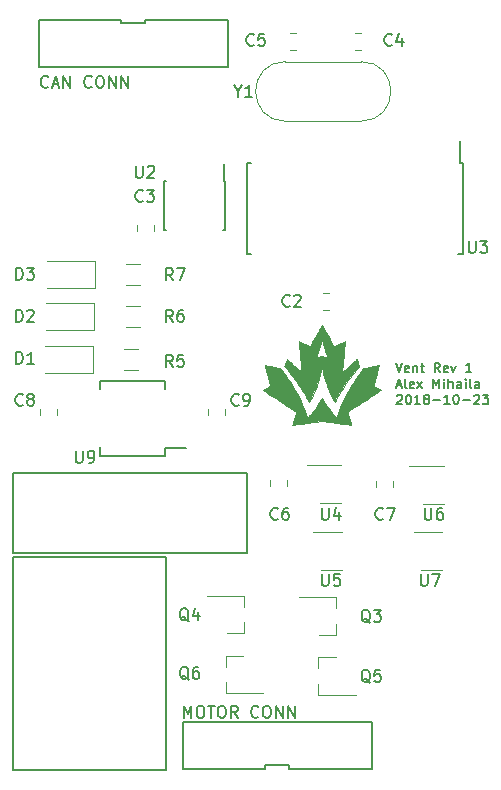
<source format=gto>
G04 #@! TF.GenerationSoftware,KiCad,Pcbnew,(5.0.0-3-g5ebb6b6)*
G04 #@! TF.CreationDate,2018-11-03T13:26:03-04:00*
G04 #@! TF.ProjectId,vent,76656E742E6B696361645F7063620000,rev?*
G04 #@! TF.SameCoordinates,Original*
G04 #@! TF.FileFunction,Legend,Top*
G04 #@! TF.FilePolarity,Positive*
%FSLAX46Y46*%
G04 Gerber Fmt 4.6, Leading zero omitted, Abs format (unit mm)*
G04 Created by KiCad (PCBNEW (5.0.0-3-g5ebb6b6)) date Saturday, November 03, 2018 at 01:26:03 PM*
%MOMM*%
%LPD*%
G01*
G04 APERTURE LIST*
%ADD10C,0.200000*%
%ADD11C,0.150000*%
%ADD12C,0.010000*%
%ADD13C,0.120000*%
G04 APERTURE END LIST*
D10*
X142986714Y-120848380D02*
X142986714Y-119848380D01*
X143320047Y-120562666D01*
X143653380Y-119848380D01*
X143653380Y-120848380D01*
X144320047Y-119848380D02*
X144510523Y-119848380D01*
X144605761Y-119896000D01*
X144701000Y-119991238D01*
X144748619Y-120181714D01*
X144748619Y-120515047D01*
X144701000Y-120705523D01*
X144605761Y-120800761D01*
X144510523Y-120848380D01*
X144320047Y-120848380D01*
X144224809Y-120800761D01*
X144129571Y-120705523D01*
X144081952Y-120515047D01*
X144081952Y-120181714D01*
X144129571Y-119991238D01*
X144224809Y-119896000D01*
X144320047Y-119848380D01*
X145034333Y-119848380D02*
X145605761Y-119848380D01*
X145320047Y-120848380D02*
X145320047Y-119848380D01*
X146129571Y-119848380D02*
X146320047Y-119848380D01*
X146415285Y-119896000D01*
X146510523Y-119991238D01*
X146558142Y-120181714D01*
X146558142Y-120515047D01*
X146510523Y-120705523D01*
X146415285Y-120800761D01*
X146320047Y-120848380D01*
X146129571Y-120848380D01*
X146034333Y-120800761D01*
X145939095Y-120705523D01*
X145891476Y-120515047D01*
X145891476Y-120181714D01*
X145939095Y-119991238D01*
X146034333Y-119896000D01*
X146129571Y-119848380D01*
X147558142Y-120848380D02*
X147224809Y-120372190D01*
X146986714Y-120848380D02*
X146986714Y-119848380D01*
X147367666Y-119848380D01*
X147462904Y-119896000D01*
X147510523Y-119943619D01*
X147558142Y-120038857D01*
X147558142Y-120181714D01*
X147510523Y-120276952D01*
X147462904Y-120324571D01*
X147367666Y-120372190D01*
X146986714Y-120372190D01*
X149320047Y-120753142D02*
X149272428Y-120800761D01*
X149129571Y-120848380D01*
X149034333Y-120848380D01*
X148891476Y-120800761D01*
X148796238Y-120705523D01*
X148748619Y-120610285D01*
X148701000Y-120419809D01*
X148701000Y-120276952D01*
X148748619Y-120086476D01*
X148796238Y-119991238D01*
X148891476Y-119896000D01*
X149034333Y-119848380D01*
X149129571Y-119848380D01*
X149272428Y-119896000D01*
X149320047Y-119943619D01*
X149939095Y-119848380D02*
X150129571Y-119848380D01*
X150224809Y-119896000D01*
X150320047Y-119991238D01*
X150367666Y-120181714D01*
X150367666Y-120515047D01*
X150320047Y-120705523D01*
X150224809Y-120800761D01*
X150129571Y-120848380D01*
X149939095Y-120848380D01*
X149843857Y-120800761D01*
X149748619Y-120705523D01*
X149701000Y-120515047D01*
X149701000Y-120181714D01*
X149748619Y-119991238D01*
X149843857Y-119896000D01*
X149939095Y-119848380D01*
X150796238Y-120848380D02*
X150796238Y-119848380D01*
X151367666Y-120848380D01*
X151367666Y-119848380D01*
X151843857Y-120848380D02*
X151843857Y-119848380D01*
X152415285Y-120848380D01*
X152415285Y-119848380D01*
D11*
X160955690Y-90794904D02*
X161222357Y-91594904D01*
X161489023Y-90794904D01*
X162060452Y-91556809D02*
X161984261Y-91594904D01*
X161831880Y-91594904D01*
X161755690Y-91556809D01*
X161717595Y-91480619D01*
X161717595Y-91175857D01*
X161755690Y-91099666D01*
X161831880Y-91061571D01*
X161984261Y-91061571D01*
X162060452Y-91099666D01*
X162098547Y-91175857D01*
X162098547Y-91252047D01*
X161717595Y-91328238D01*
X162441404Y-91061571D02*
X162441404Y-91594904D01*
X162441404Y-91137761D02*
X162479500Y-91099666D01*
X162555690Y-91061571D01*
X162669976Y-91061571D01*
X162746166Y-91099666D01*
X162784261Y-91175857D01*
X162784261Y-91594904D01*
X163050928Y-91061571D02*
X163355690Y-91061571D01*
X163165214Y-90794904D02*
X163165214Y-91480619D01*
X163203309Y-91556809D01*
X163279500Y-91594904D01*
X163355690Y-91594904D01*
X164689023Y-91594904D02*
X164422357Y-91213952D01*
X164231880Y-91594904D02*
X164231880Y-90794904D01*
X164536642Y-90794904D01*
X164612833Y-90833000D01*
X164650928Y-90871095D01*
X164689023Y-90947285D01*
X164689023Y-91061571D01*
X164650928Y-91137761D01*
X164612833Y-91175857D01*
X164536642Y-91213952D01*
X164231880Y-91213952D01*
X165336642Y-91556809D02*
X165260452Y-91594904D01*
X165108071Y-91594904D01*
X165031880Y-91556809D01*
X164993785Y-91480619D01*
X164993785Y-91175857D01*
X165031880Y-91099666D01*
X165108071Y-91061571D01*
X165260452Y-91061571D01*
X165336642Y-91099666D01*
X165374738Y-91175857D01*
X165374738Y-91252047D01*
X164993785Y-91328238D01*
X165641404Y-91061571D02*
X165831880Y-91594904D01*
X166022357Y-91061571D01*
X167355690Y-91594904D02*
X166898547Y-91594904D01*
X167127119Y-91594904D02*
X167127119Y-90794904D01*
X167050928Y-90909190D01*
X166974738Y-90985380D01*
X166898547Y-91023476D01*
X161031880Y-92716333D02*
X161412833Y-92716333D01*
X160955690Y-92944904D02*
X161222357Y-92144904D01*
X161489023Y-92944904D01*
X161869976Y-92944904D02*
X161793785Y-92906809D01*
X161755690Y-92830619D01*
X161755690Y-92144904D01*
X162479500Y-92906809D02*
X162403309Y-92944904D01*
X162250928Y-92944904D01*
X162174738Y-92906809D01*
X162136642Y-92830619D01*
X162136642Y-92525857D01*
X162174738Y-92449666D01*
X162250928Y-92411571D01*
X162403309Y-92411571D01*
X162479500Y-92449666D01*
X162517595Y-92525857D01*
X162517595Y-92602047D01*
X162136642Y-92678238D01*
X162784261Y-92944904D02*
X163203309Y-92411571D01*
X162784261Y-92411571D02*
X163203309Y-92944904D01*
X164117595Y-92944904D02*
X164117595Y-92144904D01*
X164384261Y-92716333D01*
X164650928Y-92144904D01*
X164650928Y-92944904D01*
X165031880Y-92944904D02*
X165031880Y-92411571D01*
X165031880Y-92144904D02*
X164993785Y-92183000D01*
X165031880Y-92221095D01*
X165069976Y-92183000D01*
X165031880Y-92144904D01*
X165031880Y-92221095D01*
X165412833Y-92944904D02*
X165412833Y-92144904D01*
X165755690Y-92944904D02*
X165755690Y-92525857D01*
X165717595Y-92449666D01*
X165641404Y-92411571D01*
X165527119Y-92411571D01*
X165450928Y-92449666D01*
X165412833Y-92487761D01*
X166479500Y-92944904D02*
X166479500Y-92525857D01*
X166441404Y-92449666D01*
X166365214Y-92411571D01*
X166212833Y-92411571D01*
X166136642Y-92449666D01*
X166479500Y-92906809D02*
X166403309Y-92944904D01*
X166212833Y-92944904D01*
X166136642Y-92906809D01*
X166098547Y-92830619D01*
X166098547Y-92754428D01*
X166136642Y-92678238D01*
X166212833Y-92640142D01*
X166403309Y-92640142D01*
X166479500Y-92602047D01*
X166860452Y-92944904D02*
X166860452Y-92411571D01*
X166860452Y-92144904D02*
X166822357Y-92183000D01*
X166860452Y-92221095D01*
X166898547Y-92183000D01*
X166860452Y-92144904D01*
X166860452Y-92221095D01*
X167355690Y-92944904D02*
X167279500Y-92906809D01*
X167241404Y-92830619D01*
X167241404Y-92144904D01*
X168003309Y-92944904D02*
X168003309Y-92525857D01*
X167965214Y-92449666D01*
X167889023Y-92411571D01*
X167736642Y-92411571D01*
X167660452Y-92449666D01*
X168003309Y-92906809D02*
X167927119Y-92944904D01*
X167736642Y-92944904D01*
X167660452Y-92906809D01*
X167622357Y-92830619D01*
X167622357Y-92754428D01*
X167660452Y-92678238D01*
X167736642Y-92640142D01*
X167927119Y-92640142D01*
X168003309Y-92602047D01*
X161031880Y-93571095D02*
X161069976Y-93533000D01*
X161146166Y-93494904D01*
X161336642Y-93494904D01*
X161412833Y-93533000D01*
X161450928Y-93571095D01*
X161489023Y-93647285D01*
X161489023Y-93723476D01*
X161450928Y-93837761D01*
X160993785Y-94294904D01*
X161489023Y-94294904D01*
X161984261Y-93494904D02*
X162060452Y-93494904D01*
X162136642Y-93533000D01*
X162174738Y-93571095D01*
X162212833Y-93647285D01*
X162250928Y-93799666D01*
X162250928Y-93990142D01*
X162212833Y-94142523D01*
X162174738Y-94218714D01*
X162136642Y-94256809D01*
X162060452Y-94294904D01*
X161984261Y-94294904D01*
X161908071Y-94256809D01*
X161869976Y-94218714D01*
X161831880Y-94142523D01*
X161793785Y-93990142D01*
X161793785Y-93799666D01*
X161831880Y-93647285D01*
X161869976Y-93571095D01*
X161908071Y-93533000D01*
X161984261Y-93494904D01*
X163012833Y-94294904D02*
X162555690Y-94294904D01*
X162784261Y-94294904D02*
X162784261Y-93494904D01*
X162708071Y-93609190D01*
X162631880Y-93685380D01*
X162555690Y-93723476D01*
X163469976Y-93837761D02*
X163393785Y-93799666D01*
X163355690Y-93761571D01*
X163317595Y-93685380D01*
X163317595Y-93647285D01*
X163355690Y-93571095D01*
X163393785Y-93533000D01*
X163469976Y-93494904D01*
X163622357Y-93494904D01*
X163698547Y-93533000D01*
X163736642Y-93571095D01*
X163774738Y-93647285D01*
X163774738Y-93685380D01*
X163736642Y-93761571D01*
X163698547Y-93799666D01*
X163622357Y-93837761D01*
X163469976Y-93837761D01*
X163393785Y-93875857D01*
X163355690Y-93913952D01*
X163317595Y-93990142D01*
X163317595Y-94142523D01*
X163355690Y-94218714D01*
X163393785Y-94256809D01*
X163469976Y-94294904D01*
X163622357Y-94294904D01*
X163698547Y-94256809D01*
X163736642Y-94218714D01*
X163774738Y-94142523D01*
X163774738Y-93990142D01*
X163736642Y-93913952D01*
X163698547Y-93875857D01*
X163622357Y-93837761D01*
X164117595Y-93990142D02*
X164727119Y-93990142D01*
X165527119Y-94294904D02*
X165069976Y-94294904D01*
X165298547Y-94294904D02*
X165298547Y-93494904D01*
X165222357Y-93609190D01*
X165146166Y-93685380D01*
X165069976Y-93723476D01*
X166022357Y-93494904D02*
X166098547Y-93494904D01*
X166174738Y-93533000D01*
X166212833Y-93571095D01*
X166250928Y-93647285D01*
X166289023Y-93799666D01*
X166289023Y-93990142D01*
X166250928Y-94142523D01*
X166212833Y-94218714D01*
X166174738Y-94256809D01*
X166098547Y-94294904D01*
X166022357Y-94294904D01*
X165946166Y-94256809D01*
X165908071Y-94218714D01*
X165869976Y-94142523D01*
X165831880Y-93990142D01*
X165831880Y-93799666D01*
X165869976Y-93647285D01*
X165908071Y-93571095D01*
X165946166Y-93533000D01*
X166022357Y-93494904D01*
X166631880Y-93990142D02*
X167241404Y-93990142D01*
X167584261Y-93571095D02*
X167622357Y-93533000D01*
X167698547Y-93494904D01*
X167889023Y-93494904D01*
X167965214Y-93533000D01*
X168003309Y-93571095D01*
X168041404Y-93647285D01*
X168041404Y-93723476D01*
X168003309Y-93837761D01*
X167546166Y-94294904D01*
X168041404Y-94294904D01*
X168308071Y-93494904D02*
X168803309Y-93494904D01*
X168536642Y-93799666D01*
X168650928Y-93799666D01*
X168727119Y-93837761D01*
X168765214Y-93875857D01*
X168803309Y-93952047D01*
X168803309Y-94142523D01*
X168765214Y-94218714D01*
X168727119Y-94256809D01*
X168650928Y-94294904D01*
X168422357Y-94294904D01*
X168346166Y-94256809D01*
X168308071Y-94218714D01*
D10*
X131524761Y-67413142D02*
X131477142Y-67460761D01*
X131334285Y-67508380D01*
X131239047Y-67508380D01*
X131096190Y-67460761D01*
X131000952Y-67365523D01*
X130953333Y-67270285D01*
X130905714Y-67079809D01*
X130905714Y-66936952D01*
X130953333Y-66746476D01*
X131000952Y-66651238D01*
X131096190Y-66556000D01*
X131239047Y-66508380D01*
X131334285Y-66508380D01*
X131477142Y-66556000D01*
X131524761Y-66603619D01*
X131905714Y-67222666D02*
X132381904Y-67222666D01*
X131810476Y-67508380D02*
X132143809Y-66508380D01*
X132477142Y-67508380D01*
X132810476Y-67508380D02*
X132810476Y-66508380D01*
X133381904Y-67508380D01*
X133381904Y-66508380D01*
X135191428Y-67413142D02*
X135143809Y-67460761D01*
X135000952Y-67508380D01*
X134905714Y-67508380D01*
X134762857Y-67460761D01*
X134667619Y-67365523D01*
X134620000Y-67270285D01*
X134572380Y-67079809D01*
X134572380Y-66936952D01*
X134620000Y-66746476D01*
X134667619Y-66651238D01*
X134762857Y-66556000D01*
X134905714Y-66508380D01*
X135000952Y-66508380D01*
X135143809Y-66556000D01*
X135191428Y-66603619D01*
X135810476Y-66508380D02*
X136000952Y-66508380D01*
X136096190Y-66556000D01*
X136191428Y-66651238D01*
X136239047Y-66841714D01*
X136239047Y-67175047D01*
X136191428Y-67365523D01*
X136096190Y-67460761D01*
X136000952Y-67508380D01*
X135810476Y-67508380D01*
X135715238Y-67460761D01*
X135620000Y-67365523D01*
X135572380Y-67175047D01*
X135572380Y-66841714D01*
X135620000Y-66651238D01*
X135715238Y-66556000D01*
X135810476Y-66508380D01*
X136667619Y-67508380D02*
X136667619Y-66508380D01*
X137239047Y-67508380D01*
X137239047Y-66508380D01*
X137715238Y-67508380D02*
X137715238Y-66508380D01*
X138286666Y-67508380D01*
X138286666Y-66508380D01*
D12*
G04 #@! TO.C,G\002A\002A\002A*
G36*
X154701828Y-87616810D02*
X154723031Y-87651138D01*
X154755466Y-87705988D01*
X154798034Y-87779430D01*
X154849634Y-87869537D01*
X154909166Y-87974380D01*
X154975530Y-88092029D01*
X155047626Y-88220556D01*
X155124352Y-88358033D01*
X155190894Y-88477787D01*
X155270738Y-88621733D01*
X155346795Y-88758789D01*
X155417965Y-88886976D01*
X155483147Y-89004311D01*
X155541238Y-89108816D01*
X155591138Y-89198509D01*
X155631745Y-89271410D01*
X155661959Y-89325539D01*
X155680678Y-89358916D01*
X155686667Y-89369394D01*
X155695114Y-89372201D01*
X155714819Y-89368900D01*
X155747826Y-89358702D01*
X155796180Y-89340817D01*
X155861923Y-89314456D01*
X155947102Y-89278831D01*
X156053760Y-89233152D01*
X156167565Y-89183770D01*
X156274458Y-89137519D01*
X156373265Y-89095396D01*
X156461109Y-89058580D01*
X156535113Y-89028250D01*
X156592398Y-89005585D01*
X156630086Y-88991763D01*
X156645301Y-88987964D01*
X156645399Y-88988034D01*
X156645360Y-89002846D01*
X156642790Y-89043416D01*
X156637859Y-89107798D01*
X156630742Y-89194044D01*
X156621610Y-89300209D01*
X156610635Y-89424346D01*
X156597990Y-89564509D01*
X156583848Y-89718751D01*
X156568380Y-89885127D01*
X156551760Y-90061690D01*
X156534159Y-90246493D01*
X156531212Y-90277226D01*
X156513441Y-90463115D01*
X156496564Y-90641027D01*
X156480758Y-90809020D01*
X156466198Y-90965154D01*
X156453063Y-91107488D01*
X156441528Y-91234082D01*
X156431769Y-91342995D01*
X156423965Y-91432285D01*
X156418291Y-91500013D01*
X156414923Y-91544238D01*
X156414040Y-91563019D01*
X156414145Y-91563538D01*
X156425303Y-91555621D01*
X156455375Y-91530773D01*
X156502513Y-91490605D01*
X156564867Y-91436726D01*
X156640591Y-91370745D01*
X156727835Y-91294272D01*
X156824751Y-91208918D01*
X156929490Y-91116291D01*
X157022122Y-91034079D01*
X157132216Y-90936387D01*
X157236199Y-90844446D01*
X157332200Y-90759890D01*
X157418348Y-90684352D01*
X157492769Y-90619465D01*
X157553594Y-90566861D01*
X157598949Y-90528174D01*
X157626964Y-90505035D01*
X157635706Y-90498809D01*
X157639955Y-90501925D01*
X157646484Y-90512816D01*
X157656198Y-90533795D01*
X157670002Y-90567177D01*
X157688801Y-90615276D01*
X157713501Y-90680404D01*
X157745006Y-90764877D01*
X157784222Y-90871007D01*
X157829506Y-90994166D01*
X157870853Y-91106784D01*
X157752252Y-91243604D01*
X157599232Y-91424611D01*
X157438733Y-91622790D01*
X157273007Y-91834920D01*
X157104306Y-92057782D01*
X156934879Y-92288156D01*
X156766979Y-92522821D01*
X156602857Y-92758558D01*
X156444764Y-92992146D01*
X156294952Y-93220366D01*
X156155672Y-93439997D01*
X156029174Y-93647819D01*
X155917711Y-93840613D01*
X155850384Y-93963873D01*
X155774801Y-94106245D01*
X155728889Y-94039515D01*
X155641367Y-93902790D01*
X155550677Y-93743444D01*
X155458999Y-93566174D01*
X155368514Y-93375674D01*
X155281404Y-93176642D01*
X155199849Y-92973774D01*
X155126031Y-92771765D01*
X155089615Y-92663028D01*
X155023949Y-92448960D01*
X154958222Y-92213794D01*
X154894089Y-91964211D01*
X154833209Y-91706896D01*
X154777237Y-91448531D01*
X154733692Y-91227394D01*
X154694258Y-91016527D01*
X154622607Y-91373531D01*
X154543426Y-91745304D01*
X154460014Y-92091580D01*
X154371620Y-92414476D01*
X154277494Y-92716112D01*
X154176885Y-92998606D01*
X154069043Y-93264077D01*
X153953218Y-93514644D01*
X153828660Y-93752427D01*
X153706537Y-93960377D01*
X153673287Y-94013208D01*
X153644863Y-94056711D01*
X153624714Y-94085711D01*
X153616892Y-94094978D01*
X153606561Y-94086278D01*
X153587331Y-94057679D01*
X153562473Y-94014318D01*
X153547925Y-93986697D01*
X153467030Y-93835968D01*
X153369782Y-93667122D01*
X153258158Y-93482990D01*
X153134132Y-93286403D01*
X152999681Y-93080194D01*
X152856781Y-92867193D01*
X152707408Y-92650232D01*
X152553538Y-92432144D01*
X152397147Y-92215758D01*
X152240211Y-92003908D01*
X152084706Y-91799425D01*
X151932608Y-91605139D01*
X151785893Y-91423884D01*
X151646537Y-91258489D01*
X151633666Y-91243604D01*
X151515065Y-91106784D01*
X151556412Y-90994166D01*
X151603808Y-90865271D01*
X151642631Y-90760236D01*
X151673783Y-90676748D01*
X151698169Y-90612495D01*
X151716693Y-90565164D01*
X151730259Y-90532443D01*
X151739771Y-90512020D01*
X151746133Y-90501582D01*
X151750064Y-90498809D01*
X151762244Y-90507801D01*
X151793327Y-90533689D01*
X151841439Y-90574841D01*
X151904710Y-90629626D01*
X151981267Y-90696411D01*
X152069239Y-90773565D01*
X152166755Y-90859455D01*
X152271942Y-90952451D01*
X152363802Y-91033924D01*
X152473727Y-91131381D01*
X152577373Y-91222924D01*
X152672892Y-91306945D01*
X152758436Y-91381835D01*
X152832156Y-91445983D01*
X152892204Y-91497780D01*
X152936732Y-91535618D01*
X152963890Y-91557887D01*
X152971928Y-91563383D01*
X152971449Y-91549018D01*
X152968459Y-91508887D01*
X152963133Y-91444932D01*
X152955650Y-91359093D01*
X152946186Y-91253309D01*
X152934917Y-91129522D01*
X152922021Y-90989672D01*
X152907675Y-90835699D01*
X152892054Y-90669543D01*
X152875337Y-90493146D01*
X152873177Y-90470517D01*
X154187239Y-90470517D01*
X154192325Y-90472002D01*
X154212776Y-90456940D01*
X154244335Y-90428527D01*
X154248419Y-90424611D01*
X154297655Y-90383626D01*
X154358836Y-90341615D01*
X154414603Y-90309857D01*
X154538824Y-90262687D01*
X154664922Y-90242548D01*
X154790146Y-90249020D01*
X154911743Y-90281685D01*
X155026961Y-90340125D01*
X155126904Y-90418106D01*
X155162523Y-90449838D01*
X155187807Y-90469248D01*
X155198583Y-90473247D01*
X155198361Y-90470973D01*
X155192993Y-90454234D01*
X155180093Y-90413302D01*
X155160407Y-90350562D01*
X155134681Y-90268396D01*
X155103659Y-90169191D01*
X155068088Y-90055328D01*
X155028713Y-89929193D01*
X154986280Y-89793169D01*
X154943759Y-89656781D01*
X154899294Y-89514200D01*
X154857315Y-89379742D01*
X154818546Y-89255722D01*
X154783713Y-89144456D01*
X154753542Y-89048256D01*
X154728760Y-88969438D01*
X154710091Y-88910316D01*
X154698262Y-88873205D01*
X154694008Y-88860424D01*
X154689539Y-88872775D01*
X154677530Y-88909420D01*
X154658703Y-88968072D01*
X154633782Y-89046444D01*
X154603489Y-89142248D01*
X154568548Y-89253199D01*
X154529682Y-89377009D01*
X154487614Y-89511391D01*
X154443166Y-89653739D01*
X154398402Y-89797217D01*
X154355981Y-89933064D01*
X154316647Y-90058901D01*
X154281146Y-90172353D01*
X154250223Y-90271042D01*
X154224622Y-90352590D01*
X154205087Y-90414621D01*
X154192365Y-90454757D01*
X154187239Y-90470517D01*
X152873177Y-90470517D01*
X152857700Y-90308447D01*
X152854706Y-90277226D01*
X152836963Y-90091262D01*
X152820175Y-89913220D01*
X152804514Y-89745045D01*
X152790152Y-89588685D01*
X152777262Y-89446086D01*
X152766016Y-89319195D01*
X152756586Y-89209958D01*
X152749144Y-89120322D01*
X152743862Y-89052233D01*
X152740913Y-89007639D01*
X152740469Y-88988484D01*
X152740646Y-88987907D01*
X152754971Y-88991256D01*
X152791875Y-89004663D01*
X152848472Y-89026948D01*
X152921875Y-89056932D01*
X153009197Y-89093435D01*
X153107550Y-89135277D01*
X153214048Y-89181278D01*
X153216249Y-89182236D01*
X153322771Y-89228540D01*
X153421011Y-89271138D01*
X153508105Y-89308797D01*
X153581192Y-89340284D01*
X153637410Y-89364366D01*
X153673897Y-89379809D01*
X153687790Y-89385382D01*
X153687818Y-89385384D01*
X153695169Y-89373521D01*
X153714919Y-89339206D01*
X153746004Y-89284344D01*
X153787354Y-89210843D01*
X153837904Y-89120612D01*
X153896586Y-89015557D01*
X153962333Y-88897586D01*
X154034079Y-88768607D01*
X154110755Y-88630526D01*
X154185822Y-88495132D01*
X154266297Y-88350212D01*
X154343063Y-88212622D01*
X154415032Y-88084271D01*
X154481116Y-87967072D01*
X154540226Y-87862933D01*
X154591275Y-87773764D01*
X154633174Y-87701476D01*
X154664835Y-87647978D01*
X154685169Y-87615182D01*
X154692959Y-87604933D01*
X154701828Y-87616810D01*
X154701828Y-87616810D01*
G37*
X154701828Y-87616810D02*
X154723031Y-87651138D01*
X154755466Y-87705988D01*
X154798034Y-87779430D01*
X154849634Y-87869537D01*
X154909166Y-87974380D01*
X154975530Y-88092029D01*
X155047626Y-88220556D01*
X155124352Y-88358033D01*
X155190894Y-88477787D01*
X155270738Y-88621733D01*
X155346795Y-88758789D01*
X155417965Y-88886976D01*
X155483147Y-89004311D01*
X155541238Y-89108816D01*
X155591138Y-89198509D01*
X155631745Y-89271410D01*
X155661959Y-89325539D01*
X155680678Y-89358916D01*
X155686667Y-89369394D01*
X155695114Y-89372201D01*
X155714819Y-89368900D01*
X155747826Y-89358702D01*
X155796180Y-89340817D01*
X155861923Y-89314456D01*
X155947102Y-89278831D01*
X156053760Y-89233152D01*
X156167565Y-89183770D01*
X156274458Y-89137519D01*
X156373265Y-89095396D01*
X156461109Y-89058580D01*
X156535113Y-89028250D01*
X156592398Y-89005585D01*
X156630086Y-88991763D01*
X156645301Y-88987964D01*
X156645399Y-88988034D01*
X156645360Y-89002846D01*
X156642790Y-89043416D01*
X156637859Y-89107798D01*
X156630742Y-89194044D01*
X156621610Y-89300209D01*
X156610635Y-89424346D01*
X156597990Y-89564509D01*
X156583848Y-89718751D01*
X156568380Y-89885127D01*
X156551760Y-90061690D01*
X156534159Y-90246493D01*
X156531212Y-90277226D01*
X156513441Y-90463115D01*
X156496564Y-90641027D01*
X156480758Y-90809020D01*
X156466198Y-90965154D01*
X156453063Y-91107488D01*
X156441528Y-91234082D01*
X156431769Y-91342995D01*
X156423965Y-91432285D01*
X156418291Y-91500013D01*
X156414923Y-91544238D01*
X156414040Y-91563019D01*
X156414145Y-91563538D01*
X156425303Y-91555621D01*
X156455375Y-91530773D01*
X156502513Y-91490605D01*
X156564867Y-91436726D01*
X156640591Y-91370745D01*
X156727835Y-91294272D01*
X156824751Y-91208918D01*
X156929490Y-91116291D01*
X157022122Y-91034079D01*
X157132216Y-90936387D01*
X157236199Y-90844446D01*
X157332200Y-90759890D01*
X157418348Y-90684352D01*
X157492769Y-90619465D01*
X157553594Y-90566861D01*
X157598949Y-90528174D01*
X157626964Y-90505035D01*
X157635706Y-90498809D01*
X157639955Y-90501925D01*
X157646484Y-90512816D01*
X157656198Y-90533795D01*
X157670002Y-90567177D01*
X157688801Y-90615276D01*
X157713501Y-90680404D01*
X157745006Y-90764877D01*
X157784222Y-90871007D01*
X157829506Y-90994166D01*
X157870853Y-91106784D01*
X157752252Y-91243604D01*
X157599232Y-91424611D01*
X157438733Y-91622790D01*
X157273007Y-91834920D01*
X157104306Y-92057782D01*
X156934879Y-92288156D01*
X156766979Y-92522821D01*
X156602857Y-92758558D01*
X156444764Y-92992146D01*
X156294952Y-93220366D01*
X156155672Y-93439997D01*
X156029174Y-93647819D01*
X155917711Y-93840613D01*
X155850384Y-93963873D01*
X155774801Y-94106245D01*
X155728889Y-94039515D01*
X155641367Y-93902790D01*
X155550677Y-93743444D01*
X155458999Y-93566174D01*
X155368514Y-93375674D01*
X155281404Y-93176642D01*
X155199849Y-92973774D01*
X155126031Y-92771765D01*
X155089615Y-92663028D01*
X155023949Y-92448960D01*
X154958222Y-92213794D01*
X154894089Y-91964211D01*
X154833209Y-91706896D01*
X154777237Y-91448531D01*
X154733692Y-91227394D01*
X154694258Y-91016527D01*
X154622607Y-91373531D01*
X154543426Y-91745304D01*
X154460014Y-92091580D01*
X154371620Y-92414476D01*
X154277494Y-92716112D01*
X154176885Y-92998606D01*
X154069043Y-93264077D01*
X153953218Y-93514644D01*
X153828660Y-93752427D01*
X153706537Y-93960377D01*
X153673287Y-94013208D01*
X153644863Y-94056711D01*
X153624714Y-94085711D01*
X153616892Y-94094978D01*
X153606561Y-94086278D01*
X153587331Y-94057679D01*
X153562473Y-94014318D01*
X153547925Y-93986697D01*
X153467030Y-93835968D01*
X153369782Y-93667122D01*
X153258158Y-93482990D01*
X153134132Y-93286403D01*
X152999681Y-93080194D01*
X152856781Y-92867193D01*
X152707408Y-92650232D01*
X152553538Y-92432144D01*
X152397147Y-92215758D01*
X152240211Y-92003908D01*
X152084706Y-91799425D01*
X151932608Y-91605139D01*
X151785893Y-91423884D01*
X151646537Y-91258489D01*
X151633666Y-91243604D01*
X151515065Y-91106784D01*
X151556412Y-90994166D01*
X151603808Y-90865271D01*
X151642631Y-90760236D01*
X151673783Y-90676748D01*
X151698169Y-90612495D01*
X151716693Y-90565164D01*
X151730259Y-90532443D01*
X151739771Y-90512020D01*
X151746133Y-90501582D01*
X151750064Y-90498809D01*
X151762244Y-90507801D01*
X151793327Y-90533689D01*
X151841439Y-90574841D01*
X151904710Y-90629626D01*
X151981267Y-90696411D01*
X152069239Y-90773565D01*
X152166755Y-90859455D01*
X152271942Y-90952451D01*
X152363802Y-91033924D01*
X152473727Y-91131381D01*
X152577373Y-91222924D01*
X152672892Y-91306945D01*
X152758436Y-91381835D01*
X152832156Y-91445983D01*
X152892204Y-91497780D01*
X152936732Y-91535618D01*
X152963890Y-91557887D01*
X152971928Y-91563383D01*
X152971449Y-91549018D01*
X152968459Y-91508887D01*
X152963133Y-91444932D01*
X152955650Y-91359093D01*
X152946186Y-91253309D01*
X152934917Y-91129522D01*
X152922021Y-90989672D01*
X152907675Y-90835699D01*
X152892054Y-90669543D01*
X152875337Y-90493146D01*
X152873177Y-90470517D01*
X154187239Y-90470517D01*
X154192325Y-90472002D01*
X154212776Y-90456940D01*
X154244335Y-90428527D01*
X154248419Y-90424611D01*
X154297655Y-90383626D01*
X154358836Y-90341615D01*
X154414603Y-90309857D01*
X154538824Y-90262687D01*
X154664922Y-90242548D01*
X154790146Y-90249020D01*
X154911743Y-90281685D01*
X155026961Y-90340125D01*
X155126904Y-90418106D01*
X155162523Y-90449838D01*
X155187807Y-90469248D01*
X155198583Y-90473247D01*
X155198361Y-90470973D01*
X155192993Y-90454234D01*
X155180093Y-90413302D01*
X155160407Y-90350562D01*
X155134681Y-90268396D01*
X155103659Y-90169191D01*
X155068088Y-90055328D01*
X155028713Y-89929193D01*
X154986280Y-89793169D01*
X154943759Y-89656781D01*
X154899294Y-89514200D01*
X154857315Y-89379742D01*
X154818546Y-89255722D01*
X154783713Y-89144456D01*
X154753542Y-89048256D01*
X154728760Y-88969438D01*
X154710091Y-88910316D01*
X154698262Y-88873205D01*
X154694008Y-88860424D01*
X154689539Y-88872775D01*
X154677530Y-88909420D01*
X154658703Y-88968072D01*
X154633782Y-89046444D01*
X154603489Y-89142248D01*
X154568548Y-89253199D01*
X154529682Y-89377009D01*
X154487614Y-89511391D01*
X154443166Y-89653739D01*
X154398402Y-89797217D01*
X154355981Y-89933064D01*
X154316647Y-90058901D01*
X154281146Y-90172353D01*
X154250223Y-90271042D01*
X154224622Y-90352590D01*
X154205087Y-90414621D01*
X154192365Y-90454757D01*
X154187239Y-90470517D01*
X152873177Y-90470517D01*
X152857700Y-90308447D01*
X152854706Y-90277226D01*
X152836963Y-90091262D01*
X152820175Y-89913220D01*
X152804514Y-89745045D01*
X152790152Y-89588685D01*
X152777262Y-89446086D01*
X152766016Y-89319195D01*
X152756586Y-89209958D01*
X152749144Y-89120322D01*
X152743862Y-89052233D01*
X152740913Y-89007639D01*
X152740469Y-88988484D01*
X152740646Y-88987907D01*
X152754971Y-88991256D01*
X152791875Y-89004663D01*
X152848472Y-89026948D01*
X152921875Y-89056932D01*
X153009197Y-89093435D01*
X153107550Y-89135277D01*
X153214048Y-89181278D01*
X153216249Y-89182236D01*
X153322771Y-89228540D01*
X153421011Y-89271138D01*
X153508105Y-89308797D01*
X153581192Y-89340284D01*
X153637410Y-89364366D01*
X153673897Y-89379809D01*
X153687790Y-89385382D01*
X153687818Y-89385384D01*
X153695169Y-89373521D01*
X153714919Y-89339206D01*
X153746004Y-89284344D01*
X153787354Y-89210843D01*
X153837904Y-89120612D01*
X153896586Y-89015557D01*
X153962333Y-88897586D01*
X154034079Y-88768607D01*
X154110755Y-88630526D01*
X154185822Y-88495132D01*
X154266297Y-88350212D01*
X154343063Y-88212622D01*
X154415032Y-88084271D01*
X154481116Y-87967072D01*
X154540226Y-87862933D01*
X154591275Y-87773764D01*
X154633174Y-87701476D01*
X154664835Y-87647978D01*
X154685169Y-87615182D01*
X154692959Y-87604933D01*
X154701828Y-87616810D01*
G36*
X149887393Y-91008939D02*
X149926066Y-91015799D01*
X149986704Y-91027060D01*
X150066638Y-91042210D01*
X150163198Y-91060742D01*
X150273717Y-91082144D01*
X150395524Y-91105909D01*
X150525951Y-91131526D01*
X150528188Y-91131967D01*
X150689354Y-91163947D01*
X150824950Y-91191363D01*
X150936792Y-91214630D01*
X151026695Y-91234159D01*
X151096478Y-91250365D01*
X151147956Y-91263660D01*
X151182947Y-91274457D01*
X151203265Y-91283169D01*
X151208204Y-91286608D01*
X151233147Y-91313453D01*
X151271452Y-91360311D01*
X151320893Y-91424132D01*
X151379247Y-91501866D01*
X151444288Y-91590463D01*
X151513792Y-91686874D01*
X151585533Y-91788048D01*
X151657288Y-91890937D01*
X151726830Y-91992490D01*
X151770546Y-92057467D01*
X151977083Y-92375668D01*
X152179437Y-92704552D01*
X152375308Y-93039858D01*
X152562397Y-93377325D01*
X152738403Y-93712694D01*
X152901026Y-94041703D01*
X153047968Y-94360092D01*
X153175563Y-94660233D01*
X153207732Y-94742260D01*
X153242699Y-94835875D01*
X153278821Y-94936236D01*
X153314460Y-95038498D01*
X153347973Y-95137817D01*
X153377720Y-95229352D01*
X153402060Y-95308258D01*
X153419352Y-95369691D01*
X153426777Y-95401744D01*
X153435293Y-95435030D01*
X153444240Y-95452689D01*
X153446153Y-95453548D01*
X153459508Y-95443468D01*
X153488144Y-95415284D01*
X153529291Y-95372081D01*
X153580176Y-95316946D01*
X153638031Y-95252962D01*
X153700084Y-95183216D01*
X153763564Y-95110793D01*
X153825702Y-95038778D01*
X153883727Y-94970256D01*
X153926098Y-94919079D01*
X154055862Y-94755280D01*
X154175359Y-94593245D01*
X154288834Y-94426624D01*
X154400535Y-94249069D01*
X154514707Y-94054229D01*
X154567623Y-93959942D01*
X154607026Y-93890513D01*
X154642331Y-93831332D01*
X154671240Y-93786010D01*
X154691455Y-93758158D01*
X154700518Y-93751175D01*
X154711052Y-93767292D01*
X154731685Y-93802695D01*
X154759410Y-93852112D01*
X154790356Y-93908672D01*
X154944177Y-94180432D01*
X155100493Y-94430619D01*
X155263420Y-94665450D01*
X155437074Y-94891139D01*
X155458674Y-94917713D01*
X155511561Y-94981421D01*
X155570768Y-95051080D01*
X155633533Y-95123611D01*
X155697090Y-95195936D01*
X155758678Y-95264977D01*
X155815532Y-95327657D01*
X155864889Y-95380896D01*
X155903984Y-95421618D01*
X155930055Y-95446743D01*
X155939765Y-95453548D01*
X155948257Y-95441361D01*
X155957219Y-95411137D01*
X155959141Y-95401744D01*
X155969971Y-95356851D01*
X155989097Y-95290800D01*
X156014879Y-95208434D01*
X156045676Y-95114597D01*
X156079847Y-95014133D01*
X156115751Y-94911886D01*
X156151746Y-94812697D01*
X156186193Y-94721412D01*
X156210355Y-94660233D01*
X156336984Y-94362402D01*
X156481317Y-94049521D01*
X156641035Y-93725883D01*
X156813823Y-93395779D01*
X156997365Y-93063501D01*
X157189344Y-92733342D01*
X157387444Y-92409592D01*
X157589349Y-92096543D01*
X157613990Y-92059501D01*
X157680755Y-91960644D01*
X157751222Y-91858388D01*
X157823169Y-91755778D01*
X157894376Y-91655859D01*
X157962624Y-91561678D01*
X158025690Y-91476278D01*
X158081356Y-91402707D01*
X158127400Y-91344008D01*
X158161603Y-91303228D01*
X158177106Y-91287158D01*
X158191812Y-91279221D01*
X158221581Y-91269132D01*
X158268113Y-91256504D01*
X158333103Y-91240953D01*
X158418248Y-91222094D01*
X158525247Y-91199541D01*
X158655795Y-91172909D01*
X158811590Y-91141813D01*
X158857122Y-91132816D01*
X158987732Y-91107127D01*
X159109767Y-91083273D01*
X159220562Y-91061763D01*
X159317447Y-91043110D01*
X159397755Y-91027824D01*
X159458818Y-91016415D01*
X159497970Y-91009395D01*
X159512541Y-91007274D01*
X159512563Y-91007286D01*
X159509741Y-91020686D01*
X159500714Y-91058291D01*
X159486183Y-91117342D01*
X159466847Y-91195077D01*
X159443407Y-91288738D01*
X159416564Y-91395563D01*
X159387017Y-91512794D01*
X159355466Y-91637668D01*
X159322613Y-91767427D01*
X159289157Y-91899310D01*
X159255798Y-92030557D01*
X159223237Y-92158407D01*
X159192174Y-92280102D01*
X159163310Y-92392880D01*
X159137344Y-92493981D01*
X159114976Y-92580645D01*
X159096908Y-92650113D01*
X159083839Y-92699623D01*
X159076469Y-92726416D01*
X159076151Y-92727481D01*
X159079530Y-92738082D01*
X159096135Y-92754195D01*
X159128117Y-92777232D01*
X159177630Y-92808607D01*
X159246826Y-92849732D01*
X159337858Y-92902021D01*
X159368930Y-92919633D01*
X159451389Y-92966680D01*
X159525168Y-93009570D01*
X159586988Y-93046331D01*
X159633572Y-93074994D01*
X159661641Y-93093588D01*
X159668575Y-93099799D01*
X159657149Y-93108622D01*
X159623818Y-93131694D01*
X159570005Y-93168075D01*
X159497133Y-93216826D01*
X159406623Y-93277007D01*
X159299899Y-93347680D01*
X159178383Y-93427904D01*
X159043497Y-93516740D01*
X158896663Y-93613249D01*
X158739305Y-93716492D01*
X158572845Y-93825528D01*
X158398704Y-93939419D01*
X158263038Y-94028030D01*
X158084018Y-94145004D01*
X157911600Y-94257882D01*
X157747210Y-94365720D01*
X157592271Y-94467575D01*
X157448205Y-94562504D01*
X157316436Y-94649564D01*
X157198387Y-94727813D01*
X157095481Y-94796307D01*
X157009143Y-94854102D01*
X156940795Y-94900257D01*
X156891860Y-94933828D01*
X156863762Y-94953872D01*
X156857218Y-94959466D01*
X156861233Y-94975370D01*
X156872810Y-95014896D01*
X156891054Y-95075145D01*
X156915073Y-95153218D01*
X156943973Y-95246218D01*
X156976860Y-95351245D01*
X157012841Y-95465400D01*
X157025797Y-95506334D01*
X157062373Y-95622683D01*
X157095781Y-95730715D01*
X157125176Y-95827568D01*
X157149716Y-95910382D01*
X157168557Y-95976297D01*
X157180856Y-96022452D01*
X157185770Y-96045987D01*
X157185579Y-96048362D01*
X157170731Y-96048074D01*
X157130222Y-96044633D01*
X157066023Y-96038262D01*
X156980104Y-96029180D01*
X156874433Y-96017609D01*
X156750982Y-96003769D01*
X156611721Y-95987882D01*
X156458618Y-95970167D01*
X156293645Y-95950847D01*
X156118771Y-95930142D01*
X155935966Y-95908273D01*
X155934729Y-95908124D01*
X154692959Y-95758808D01*
X153476636Y-95905411D01*
X153295041Y-95927254D01*
X153120917Y-95948114D01*
X152956308Y-95967748D01*
X152803255Y-95985919D01*
X152663803Y-96002387D01*
X152539994Y-96016911D01*
X152433870Y-96029251D01*
X152347476Y-96039169D01*
X152282854Y-96046423D01*
X152242047Y-96050775D01*
X152227512Y-96052014D01*
X152202314Y-96047837D01*
X152194712Y-96040463D01*
X152198788Y-96025076D01*
X152210416Y-95986068D01*
X152228696Y-95926338D01*
X152252727Y-95848788D01*
X152281611Y-95756316D01*
X152314446Y-95651824D01*
X152350334Y-95538210D01*
X152361726Y-95502261D01*
X152398385Y-95386287D01*
X152432257Y-95278408D01*
X152462441Y-95181546D01*
X152488035Y-95098627D01*
X152508139Y-95032575D01*
X152521851Y-94986316D01*
X152528270Y-94962773D01*
X152528639Y-94960579D01*
X152517197Y-94951202D01*
X152483846Y-94927590D01*
X152430007Y-94890688D01*
X152357106Y-94841439D01*
X152266565Y-94780787D01*
X152159806Y-94709679D01*
X152038253Y-94629056D01*
X151903329Y-94539865D01*
X151756457Y-94443049D01*
X151599060Y-94339552D01*
X151432562Y-94230319D01*
X151258384Y-94116295D01*
X151122941Y-94027790D01*
X150943949Y-93910835D01*
X150771562Y-93798031D01*
X150607203Y-93690315D01*
X150452295Y-93588627D01*
X150308259Y-93493907D01*
X150176517Y-93407094D01*
X150058492Y-93329127D01*
X149955606Y-93260944D01*
X149869282Y-93203487D01*
X149800941Y-93157692D01*
X149752006Y-93124501D01*
X149723899Y-93104852D01*
X149717343Y-93099559D01*
X149728951Y-93090112D01*
X149761593Y-93069074D01*
X149811989Y-93038414D01*
X149876863Y-93000099D01*
X149952936Y-92956097D01*
X150016988Y-92919633D01*
X150114815Y-92863812D01*
X150190177Y-92819567D01*
X150245226Y-92785486D01*
X150282114Y-92760155D01*
X150302994Y-92742163D01*
X150310020Y-92730095D01*
X150309767Y-92727481D01*
X150302832Y-92702447D01*
X150290147Y-92654491D01*
X150272413Y-92586374D01*
X150250330Y-92500855D01*
X150224598Y-92400697D01*
X150195918Y-92288658D01*
X150164989Y-92167500D01*
X150132512Y-92039983D01*
X150099186Y-91908868D01*
X150065713Y-91776914D01*
X150032792Y-91646882D01*
X150001124Y-91521534D01*
X149971409Y-91403628D01*
X149944346Y-91295926D01*
X149920637Y-91201188D01*
X149900981Y-91122175D01*
X149886079Y-91061647D01*
X149876630Y-91022364D01*
X149873335Y-91007087D01*
X149873354Y-91006987D01*
X149887393Y-91008939D01*
X149887393Y-91008939D01*
G37*
X149887393Y-91008939D02*
X149926066Y-91015799D01*
X149986704Y-91027060D01*
X150066638Y-91042210D01*
X150163198Y-91060742D01*
X150273717Y-91082144D01*
X150395524Y-91105909D01*
X150525951Y-91131526D01*
X150528188Y-91131967D01*
X150689354Y-91163947D01*
X150824950Y-91191363D01*
X150936792Y-91214630D01*
X151026695Y-91234159D01*
X151096478Y-91250365D01*
X151147956Y-91263660D01*
X151182947Y-91274457D01*
X151203265Y-91283169D01*
X151208204Y-91286608D01*
X151233147Y-91313453D01*
X151271452Y-91360311D01*
X151320893Y-91424132D01*
X151379247Y-91501866D01*
X151444288Y-91590463D01*
X151513792Y-91686874D01*
X151585533Y-91788048D01*
X151657288Y-91890937D01*
X151726830Y-91992490D01*
X151770546Y-92057467D01*
X151977083Y-92375668D01*
X152179437Y-92704552D01*
X152375308Y-93039858D01*
X152562397Y-93377325D01*
X152738403Y-93712694D01*
X152901026Y-94041703D01*
X153047968Y-94360092D01*
X153175563Y-94660233D01*
X153207732Y-94742260D01*
X153242699Y-94835875D01*
X153278821Y-94936236D01*
X153314460Y-95038498D01*
X153347973Y-95137817D01*
X153377720Y-95229352D01*
X153402060Y-95308258D01*
X153419352Y-95369691D01*
X153426777Y-95401744D01*
X153435293Y-95435030D01*
X153444240Y-95452689D01*
X153446153Y-95453548D01*
X153459508Y-95443468D01*
X153488144Y-95415284D01*
X153529291Y-95372081D01*
X153580176Y-95316946D01*
X153638031Y-95252962D01*
X153700084Y-95183216D01*
X153763564Y-95110793D01*
X153825702Y-95038778D01*
X153883727Y-94970256D01*
X153926098Y-94919079D01*
X154055862Y-94755280D01*
X154175359Y-94593245D01*
X154288834Y-94426624D01*
X154400535Y-94249069D01*
X154514707Y-94054229D01*
X154567623Y-93959942D01*
X154607026Y-93890513D01*
X154642331Y-93831332D01*
X154671240Y-93786010D01*
X154691455Y-93758158D01*
X154700518Y-93751175D01*
X154711052Y-93767292D01*
X154731685Y-93802695D01*
X154759410Y-93852112D01*
X154790356Y-93908672D01*
X154944177Y-94180432D01*
X155100493Y-94430619D01*
X155263420Y-94665450D01*
X155437074Y-94891139D01*
X155458674Y-94917713D01*
X155511561Y-94981421D01*
X155570768Y-95051080D01*
X155633533Y-95123611D01*
X155697090Y-95195936D01*
X155758678Y-95264977D01*
X155815532Y-95327657D01*
X155864889Y-95380896D01*
X155903984Y-95421618D01*
X155930055Y-95446743D01*
X155939765Y-95453548D01*
X155948257Y-95441361D01*
X155957219Y-95411137D01*
X155959141Y-95401744D01*
X155969971Y-95356851D01*
X155989097Y-95290800D01*
X156014879Y-95208434D01*
X156045676Y-95114597D01*
X156079847Y-95014133D01*
X156115751Y-94911886D01*
X156151746Y-94812697D01*
X156186193Y-94721412D01*
X156210355Y-94660233D01*
X156336984Y-94362402D01*
X156481317Y-94049521D01*
X156641035Y-93725883D01*
X156813823Y-93395779D01*
X156997365Y-93063501D01*
X157189344Y-92733342D01*
X157387444Y-92409592D01*
X157589349Y-92096543D01*
X157613990Y-92059501D01*
X157680755Y-91960644D01*
X157751222Y-91858388D01*
X157823169Y-91755778D01*
X157894376Y-91655859D01*
X157962624Y-91561678D01*
X158025690Y-91476278D01*
X158081356Y-91402707D01*
X158127400Y-91344008D01*
X158161603Y-91303228D01*
X158177106Y-91287158D01*
X158191812Y-91279221D01*
X158221581Y-91269132D01*
X158268113Y-91256504D01*
X158333103Y-91240953D01*
X158418248Y-91222094D01*
X158525247Y-91199541D01*
X158655795Y-91172909D01*
X158811590Y-91141813D01*
X158857122Y-91132816D01*
X158987732Y-91107127D01*
X159109767Y-91083273D01*
X159220562Y-91061763D01*
X159317447Y-91043110D01*
X159397755Y-91027824D01*
X159458818Y-91016415D01*
X159497970Y-91009395D01*
X159512541Y-91007274D01*
X159512563Y-91007286D01*
X159509741Y-91020686D01*
X159500714Y-91058291D01*
X159486183Y-91117342D01*
X159466847Y-91195077D01*
X159443407Y-91288738D01*
X159416564Y-91395563D01*
X159387017Y-91512794D01*
X159355466Y-91637668D01*
X159322613Y-91767427D01*
X159289157Y-91899310D01*
X159255798Y-92030557D01*
X159223237Y-92158407D01*
X159192174Y-92280102D01*
X159163310Y-92392880D01*
X159137344Y-92493981D01*
X159114976Y-92580645D01*
X159096908Y-92650113D01*
X159083839Y-92699623D01*
X159076469Y-92726416D01*
X159076151Y-92727481D01*
X159079530Y-92738082D01*
X159096135Y-92754195D01*
X159128117Y-92777232D01*
X159177630Y-92808607D01*
X159246826Y-92849732D01*
X159337858Y-92902021D01*
X159368930Y-92919633D01*
X159451389Y-92966680D01*
X159525168Y-93009570D01*
X159586988Y-93046331D01*
X159633572Y-93074994D01*
X159661641Y-93093588D01*
X159668575Y-93099799D01*
X159657149Y-93108622D01*
X159623818Y-93131694D01*
X159570005Y-93168075D01*
X159497133Y-93216826D01*
X159406623Y-93277007D01*
X159299899Y-93347680D01*
X159178383Y-93427904D01*
X159043497Y-93516740D01*
X158896663Y-93613249D01*
X158739305Y-93716492D01*
X158572845Y-93825528D01*
X158398704Y-93939419D01*
X158263038Y-94028030D01*
X158084018Y-94145004D01*
X157911600Y-94257882D01*
X157747210Y-94365720D01*
X157592271Y-94467575D01*
X157448205Y-94562504D01*
X157316436Y-94649564D01*
X157198387Y-94727813D01*
X157095481Y-94796307D01*
X157009143Y-94854102D01*
X156940795Y-94900257D01*
X156891860Y-94933828D01*
X156863762Y-94953872D01*
X156857218Y-94959466D01*
X156861233Y-94975370D01*
X156872810Y-95014896D01*
X156891054Y-95075145D01*
X156915073Y-95153218D01*
X156943973Y-95246218D01*
X156976860Y-95351245D01*
X157012841Y-95465400D01*
X157025797Y-95506334D01*
X157062373Y-95622683D01*
X157095781Y-95730715D01*
X157125176Y-95827568D01*
X157149716Y-95910382D01*
X157168557Y-95976297D01*
X157180856Y-96022452D01*
X157185770Y-96045987D01*
X157185579Y-96048362D01*
X157170731Y-96048074D01*
X157130222Y-96044633D01*
X157066023Y-96038262D01*
X156980104Y-96029180D01*
X156874433Y-96017609D01*
X156750982Y-96003769D01*
X156611721Y-95987882D01*
X156458618Y-95970167D01*
X156293645Y-95950847D01*
X156118771Y-95930142D01*
X155935966Y-95908273D01*
X155934729Y-95908124D01*
X154692959Y-95758808D01*
X153476636Y-95905411D01*
X153295041Y-95927254D01*
X153120917Y-95948114D01*
X152956308Y-95967748D01*
X152803255Y-95985919D01*
X152663803Y-96002387D01*
X152539994Y-96016911D01*
X152433870Y-96029251D01*
X152347476Y-96039169D01*
X152282854Y-96046423D01*
X152242047Y-96050775D01*
X152227512Y-96052014D01*
X152202314Y-96047837D01*
X152194712Y-96040463D01*
X152198788Y-96025076D01*
X152210416Y-95986068D01*
X152228696Y-95926338D01*
X152252727Y-95848788D01*
X152281611Y-95756316D01*
X152314446Y-95651824D01*
X152350334Y-95538210D01*
X152361726Y-95502261D01*
X152398385Y-95386287D01*
X152432257Y-95278408D01*
X152462441Y-95181546D01*
X152488035Y-95098627D01*
X152508139Y-95032575D01*
X152521851Y-94986316D01*
X152528270Y-94962773D01*
X152528639Y-94960579D01*
X152517197Y-94951202D01*
X152483846Y-94927590D01*
X152430007Y-94890688D01*
X152357106Y-94841439D01*
X152266565Y-94780787D01*
X152159806Y-94709679D01*
X152038253Y-94629056D01*
X151903329Y-94539865D01*
X151756457Y-94443049D01*
X151599060Y-94339552D01*
X151432562Y-94230319D01*
X151258384Y-94116295D01*
X151122941Y-94027790D01*
X150943949Y-93910835D01*
X150771562Y-93798031D01*
X150607203Y-93690315D01*
X150452295Y-93588627D01*
X150308259Y-93493907D01*
X150176517Y-93407094D01*
X150058492Y-93329127D01*
X149955606Y-93260944D01*
X149869282Y-93203487D01*
X149800941Y-93157692D01*
X149752006Y-93124501D01*
X149723899Y-93104852D01*
X149717343Y-93099559D01*
X149728951Y-93090112D01*
X149761593Y-93069074D01*
X149811989Y-93038414D01*
X149876863Y-93000099D01*
X149952936Y-92956097D01*
X150016988Y-92919633D01*
X150114815Y-92863812D01*
X150190177Y-92819567D01*
X150245226Y-92785486D01*
X150282114Y-92760155D01*
X150302994Y-92742163D01*
X150310020Y-92730095D01*
X150309767Y-92727481D01*
X150302832Y-92702447D01*
X150290147Y-92654491D01*
X150272413Y-92586374D01*
X150250330Y-92500855D01*
X150224598Y-92400697D01*
X150195918Y-92288658D01*
X150164989Y-92167500D01*
X150132512Y-92039983D01*
X150099186Y-91908868D01*
X150065713Y-91776914D01*
X150032792Y-91646882D01*
X150001124Y-91521534D01*
X149971409Y-91403628D01*
X149944346Y-91295926D01*
X149920637Y-91201188D01*
X149900981Y-91122175D01*
X149886079Y-91061647D01*
X149876630Y-91022364D01*
X149873335Y-91007087D01*
X149873354Y-91006987D01*
X149887393Y-91008939D01*
D11*
G04 #@! TO.C,U3*
X166355000Y-73849000D02*
X166355000Y-72024000D01*
X148355000Y-73849000D02*
X148355000Y-81599000D01*
X166605000Y-73849000D02*
X166605000Y-81599000D01*
X148355000Y-73849000D02*
X148700000Y-73849000D01*
X148355000Y-81599000D02*
X148700000Y-81599000D01*
X166605000Y-81599000D02*
X166260000Y-81599000D01*
X166605000Y-73849000D02*
X166355000Y-73849000D01*
D13*
G04 #@! TO.C,C2*
X154796748Y-86308000D02*
X155319252Y-86308000D01*
X154796748Y-84888000D02*
X155319252Y-84888000D01*
G04 #@! TO.C,C3*
X139040800Y-79627252D02*
X139040800Y-79104748D01*
X140460800Y-79627252D02*
X140460800Y-79104748D01*
G04 #@! TO.C,C4*
X158004252Y-62917000D02*
X157481748Y-62917000D01*
X158004252Y-64337000D02*
X157481748Y-64337000D01*
G04 #@! TO.C,C5*
X152002748Y-62917000D02*
X152525252Y-62917000D01*
X152002748Y-64337000D02*
X152525252Y-64337000D01*
G04 #@! TO.C,C6*
X150293000Y-100712748D02*
X150293000Y-101235252D01*
X151713000Y-100712748D02*
X151713000Y-101235252D01*
G04 #@! TO.C,C7*
X160730000Y-100821748D02*
X160730000Y-101344252D01*
X159310000Y-100821748D02*
X159310000Y-101344252D01*
G04 #@! TO.C,C8*
X132282000Y-95248252D02*
X132282000Y-94725748D01*
X130862000Y-95248252D02*
X130862000Y-94725748D01*
G04 #@! TO.C,C9*
X145068000Y-95248252D02*
X145068000Y-94725748D01*
X146488000Y-95248252D02*
X146488000Y-94725748D01*
G04 #@! TO.C,Y1*
X158011400Y-70343000D02*
X151611400Y-70343000D01*
X158011400Y-65293000D02*
X151611400Y-65293000D01*
X158011400Y-65293000D02*
G75*
G02X158011400Y-70343000I0J-2525000D01*
G01*
X151611400Y-65293000D02*
G75*
G03X151611400Y-70343000I0J-2525000D01*
G01*
D11*
G04 #@! TO.C,U9*
X141434000Y-98054000D02*
X143184000Y-98054000D01*
X141434000Y-92299000D02*
X135934000Y-92299000D01*
X141434000Y-98709000D02*
X135934000Y-98709000D01*
X141434000Y-92299000D02*
X141434000Y-93049000D01*
X135934000Y-92299000D02*
X135934000Y-93049000D01*
X135934000Y-98709000D02*
X135934000Y-97959000D01*
X141434000Y-98709000D02*
X141434000Y-98054000D01*
G04 #@! TO.C,U2*
X146416000Y-75395000D02*
X146416000Y-73995000D01*
X141316000Y-75395000D02*
X141316000Y-79545000D01*
X146466000Y-75395000D02*
X146466000Y-79545000D01*
X141316000Y-75395000D02*
X141461000Y-75395000D01*
X141316000Y-79545000D02*
X141461000Y-79545000D01*
X146466000Y-79545000D02*
X146321000Y-79545000D01*
X146466000Y-75395000D02*
X146416000Y-75395000D01*
D13*
G04 #@! TO.C,D1*
X131289192Y-91684229D02*
X135349192Y-91684229D01*
X135349192Y-91684229D02*
X135349192Y-89414229D01*
X135349192Y-89414229D02*
X131289192Y-89414229D01*
G04 #@! TO.C,D2*
X135422192Y-85731229D02*
X131362192Y-85731229D01*
X135422192Y-88001229D02*
X135422192Y-85731229D01*
X131362192Y-88001229D02*
X135422192Y-88001229D01*
G04 #@! TO.C,D3*
X131416192Y-84445229D02*
X135476192Y-84445229D01*
X135476192Y-84445229D02*
X135476192Y-82175229D01*
X135476192Y-82175229D02*
X131416192Y-82175229D01*
G04 #@! TO.C,U5*
X156395000Y-105136000D02*
X153945000Y-105136000D01*
X154595000Y-108356000D02*
X156395000Y-108356000D01*
G04 #@! TO.C,U7*
X163104000Y-108356000D02*
X164904000Y-108356000D01*
X164904000Y-105136000D02*
X162454000Y-105136000D01*
G04 #@! TO.C,Q3*
X155918113Y-113827906D02*
X154458113Y-113827906D01*
X155918113Y-110667906D02*
X152758113Y-110667906D01*
X155918113Y-110667906D02*
X155918113Y-111597906D01*
X155918113Y-113827906D02*
X155918113Y-112897906D01*
G04 #@! TO.C,Q4*
X148094838Y-113692793D02*
X148094838Y-112762793D01*
X148094838Y-110532793D02*
X148094838Y-111462793D01*
X148094838Y-110532793D02*
X144934838Y-110532793D01*
X148094838Y-113692793D02*
X146634838Y-113692793D01*
G04 #@! TO.C,Q5*
X154398113Y-115747906D02*
X155858113Y-115747906D01*
X154398113Y-118907906D02*
X157558113Y-118907906D01*
X154398113Y-118907906D02*
X154398113Y-117977906D01*
X154398113Y-115747906D02*
X154398113Y-116677906D01*
G04 #@! TO.C,Q6*
X146574838Y-115612793D02*
X146574838Y-116542793D01*
X146574838Y-118772793D02*
X146574838Y-117842793D01*
X146574838Y-118772793D02*
X149734838Y-118772793D01*
X146574838Y-115612793D02*
X148034838Y-115612793D01*
G04 #@! TO.C,R5*
X137960692Y-89669229D02*
X139160692Y-89669229D01*
X139160692Y-91429229D02*
X137960692Y-91429229D01*
G04 #@! TO.C,R6*
X139320692Y-87746229D02*
X138120692Y-87746229D01*
X138120692Y-85986229D02*
X139320692Y-85986229D01*
G04 #@! TO.C,R7*
X138120692Y-82430229D02*
X139320692Y-82430229D01*
X139320692Y-84190229D02*
X138120692Y-84190229D01*
G04 #@! TO.C,U4*
X154548000Y-102702000D02*
X156348000Y-102702000D01*
X156348000Y-99482000D02*
X153398000Y-99482000D01*
G04 #@! TO.C,U6*
X165064000Y-99548000D02*
X162114000Y-99548000D01*
X163264000Y-102768000D02*
X165064000Y-102768000D01*
D11*
G04 #@! TO.C,J1*
X128538000Y-125301000D02*
X128538000Y-107251000D01*
X128538000Y-107251000D02*
X141538000Y-107251000D01*
X141538000Y-107251000D02*
X141538000Y-125301000D01*
X128538000Y-125301000D02*
X141538000Y-125301000D01*
G04 #@! TO.C,F1*
X148330000Y-106865000D02*
X128530000Y-106865000D01*
X128530000Y-106865000D02*
X128530000Y-100145000D01*
X128530000Y-100145000D02*
X148330000Y-100145000D01*
X148330000Y-100145000D02*
X148330000Y-106865000D01*
G04 #@! TO.C,J2*
X146723000Y-65754000D02*
X146723000Y-61754000D01*
X130723000Y-65754000D02*
X146723000Y-65754000D01*
X130723000Y-61754000D02*
X130723000Y-65754000D01*
X137723000Y-61754000D02*
X130723000Y-61754000D01*
X137723000Y-62054000D02*
X137723000Y-61754000D01*
X139723000Y-62054000D02*
X137723000Y-62054000D01*
X139723000Y-61754000D02*
X139723000Y-62054000D01*
X146723000Y-61754000D02*
X139723000Y-61754000D01*
G04 #@! TO.C,J4*
X142915000Y-125190000D02*
X149915000Y-125190000D01*
X149915000Y-125190000D02*
X149915000Y-124890000D01*
X149915000Y-124890000D02*
X151915000Y-124890000D01*
X151915000Y-124890000D02*
X151915000Y-125190000D01*
X151915000Y-125190000D02*
X158915000Y-125190000D01*
X158915000Y-125190000D02*
X158915000Y-121190000D01*
X158915000Y-121190000D02*
X142915000Y-121190000D01*
X142915000Y-121190000D02*
X142915000Y-125190000D01*
G04 #@! TO.C,U3*
X167132095Y-80478380D02*
X167132095Y-81287904D01*
X167179714Y-81383142D01*
X167227333Y-81430761D01*
X167322571Y-81478380D01*
X167513047Y-81478380D01*
X167608285Y-81430761D01*
X167655904Y-81383142D01*
X167703523Y-81287904D01*
X167703523Y-80478380D01*
X168084476Y-80478380D02*
X168703523Y-80478380D01*
X168370190Y-80859333D01*
X168513047Y-80859333D01*
X168608285Y-80906952D01*
X168655904Y-80954571D01*
X168703523Y-81049809D01*
X168703523Y-81287904D01*
X168655904Y-81383142D01*
X168608285Y-81430761D01*
X168513047Y-81478380D01*
X168227333Y-81478380D01*
X168132095Y-81430761D01*
X168084476Y-81383142D01*
G04 #@! TO.C,C2*
X151979333Y-85955142D02*
X151931714Y-86002761D01*
X151788857Y-86050380D01*
X151693619Y-86050380D01*
X151550761Y-86002761D01*
X151455523Y-85907523D01*
X151407904Y-85812285D01*
X151360285Y-85621809D01*
X151360285Y-85478952D01*
X151407904Y-85288476D01*
X151455523Y-85193238D01*
X151550761Y-85098000D01*
X151693619Y-85050380D01*
X151788857Y-85050380D01*
X151931714Y-85098000D01*
X151979333Y-85145619D01*
X152360285Y-85145619D02*
X152407904Y-85098000D01*
X152503142Y-85050380D01*
X152741238Y-85050380D01*
X152836476Y-85098000D01*
X152884095Y-85145619D01*
X152931714Y-85240857D01*
X152931714Y-85336095D01*
X152884095Y-85478952D01*
X152312666Y-86050380D01*
X152931714Y-86050380D01*
G04 #@! TO.C,C3*
X139533333Y-77065142D02*
X139485714Y-77112761D01*
X139342857Y-77160380D01*
X139247619Y-77160380D01*
X139104761Y-77112761D01*
X139009523Y-77017523D01*
X138961904Y-76922285D01*
X138914285Y-76731809D01*
X138914285Y-76588952D01*
X138961904Y-76398476D01*
X139009523Y-76303238D01*
X139104761Y-76208000D01*
X139247619Y-76160380D01*
X139342857Y-76160380D01*
X139485714Y-76208000D01*
X139533333Y-76255619D01*
X139866666Y-76160380D02*
X140485714Y-76160380D01*
X140152380Y-76541333D01*
X140295238Y-76541333D01*
X140390476Y-76588952D01*
X140438095Y-76636571D01*
X140485714Y-76731809D01*
X140485714Y-76969904D01*
X140438095Y-77065142D01*
X140390476Y-77112761D01*
X140295238Y-77160380D01*
X140009523Y-77160380D01*
X139914285Y-77112761D01*
X139866666Y-77065142D01*
G04 #@! TO.C,C4*
X160615333Y-63857142D02*
X160567714Y-63904761D01*
X160424857Y-63952380D01*
X160329619Y-63952380D01*
X160186761Y-63904761D01*
X160091523Y-63809523D01*
X160043904Y-63714285D01*
X159996285Y-63523809D01*
X159996285Y-63380952D01*
X160043904Y-63190476D01*
X160091523Y-63095238D01*
X160186761Y-63000000D01*
X160329619Y-62952380D01*
X160424857Y-62952380D01*
X160567714Y-63000000D01*
X160615333Y-63047619D01*
X161472476Y-63285714D02*
X161472476Y-63952380D01*
X161234380Y-62904761D02*
X160996285Y-63619047D01*
X161615333Y-63619047D01*
G04 #@! TO.C,C5*
X148931333Y-63857142D02*
X148883714Y-63904761D01*
X148740857Y-63952380D01*
X148645619Y-63952380D01*
X148502761Y-63904761D01*
X148407523Y-63809523D01*
X148359904Y-63714285D01*
X148312285Y-63523809D01*
X148312285Y-63380952D01*
X148359904Y-63190476D01*
X148407523Y-63095238D01*
X148502761Y-63000000D01*
X148645619Y-62952380D01*
X148740857Y-62952380D01*
X148883714Y-63000000D01*
X148931333Y-63047619D01*
X149836095Y-62952380D02*
X149359904Y-62952380D01*
X149312285Y-63428571D01*
X149359904Y-63380952D01*
X149455142Y-63333333D01*
X149693238Y-63333333D01*
X149788476Y-63380952D01*
X149836095Y-63428571D01*
X149883714Y-63523809D01*
X149883714Y-63761904D01*
X149836095Y-63857142D01*
X149788476Y-63904761D01*
X149693238Y-63952380D01*
X149455142Y-63952380D01*
X149359904Y-63904761D01*
X149312285Y-63857142D01*
G04 #@! TO.C,C6*
X150963333Y-103989142D02*
X150915714Y-104036761D01*
X150772857Y-104084380D01*
X150677619Y-104084380D01*
X150534761Y-104036761D01*
X150439523Y-103941523D01*
X150391904Y-103846285D01*
X150344285Y-103655809D01*
X150344285Y-103512952D01*
X150391904Y-103322476D01*
X150439523Y-103227238D01*
X150534761Y-103132000D01*
X150677619Y-103084380D01*
X150772857Y-103084380D01*
X150915714Y-103132000D01*
X150963333Y-103179619D01*
X151820476Y-103084380D02*
X151630000Y-103084380D01*
X151534761Y-103132000D01*
X151487142Y-103179619D01*
X151391904Y-103322476D01*
X151344285Y-103512952D01*
X151344285Y-103893904D01*
X151391904Y-103989142D01*
X151439523Y-104036761D01*
X151534761Y-104084380D01*
X151725238Y-104084380D01*
X151820476Y-104036761D01*
X151868095Y-103989142D01*
X151915714Y-103893904D01*
X151915714Y-103655809D01*
X151868095Y-103560571D01*
X151820476Y-103512952D01*
X151725238Y-103465333D01*
X151534761Y-103465333D01*
X151439523Y-103512952D01*
X151391904Y-103560571D01*
X151344285Y-103655809D01*
G04 #@! TO.C,C7*
X159853333Y-103989142D02*
X159805714Y-104036761D01*
X159662857Y-104084380D01*
X159567619Y-104084380D01*
X159424761Y-104036761D01*
X159329523Y-103941523D01*
X159281904Y-103846285D01*
X159234285Y-103655809D01*
X159234285Y-103512952D01*
X159281904Y-103322476D01*
X159329523Y-103227238D01*
X159424761Y-103132000D01*
X159567619Y-103084380D01*
X159662857Y-103084380D01*
X159805714Y-103132000D01*
X159853333Y-103179619D01*
X160186666Y-103084380D02*
X160853333Y-103084380D01*
X160424761Y-104084380D01*
G04 #@! TO.C,C8*
X129373333Y-94337142D02*
X129325714Y-94384761D01*
X129182857Y-94432380D01*
X129087619Y-94432380D01*
X128944761Y-94384761D01*
X128849523Y-94289523D01*
X128801904Y-94194285D01*
X128754285Y-94003809D01*
X128754285Y-93860952D01*
X128801904Y-93670476D01*
X128849523Y-93575238D01*
X128944761Y-93480000D01*
X129087619Y-93432380D01*
X129182857Y-93432380D01*
X129325714Y-93480000D01*
X129373333Y-93527619D01*
X129944761Y-93860952D02*
X129849523Y-93813333D01*
X129801904Y-93765714D01*
X129754285Y-93670476D01*
X129754285Y-93622857D01*
X129801904Y-93527619D01*
X129849523Y-93480000D01*
X129944761Y-93432380D01*
X130135238Y-93432380D01*
X130230476Y-93480000D01*
X130278095Y-93527619D01*
X130325714Y-93622857D01*
X130325714Y-93670476D01*
X130278095Y-93765714D01*
X130230476Y-93813333D01*
X130135238Y-93860952D01*
X129944761Y-93860952D01*
X129849523Y-93908571D01*
X129801904Y-93956190D01*
X129754285Y-94051428D01*
X129754285Y-94241904D01*
X129801904Y-94337142D01*
X129849523Y-94384761D01*
X129944761Y-94432380D01*
X130135238Y-94432380D01*
X130230476Y-94384761D01*
X130278095Y-94337142D01*
X130325714Y-94241904D01*
X130325714Y-94051428D01*
X130278095Y-93956190D01*
X130230476Y-93908571D01*
X130135238Y-93860952D01*
G04 #@! TO.C,C9*
X147661333Y-94337142D02*
X147613714Y-94384761D01*
X147470857Y-94432380D01*
X147375619Y-94432380D01*
X147232761Y-94384761D01*
X147137523Y-94289523D01*
X147089904Y-94194285D01*
X147042285Y-94003809D01*
X147042285Y-93860952D01*
X147089904Y-93670476D01*
X147137523Y-93575238D01*
X147232761Y-93480000D01*
X147375619Y-93432380D01*
X147470857Y-93432380D01*
X147613714Y-93480000D01*
X147661333Y-93527619D01*
X148137523Y-94432380D02*
X148328000Y-94432380D01*
X148423238Y-94384761D01*
X148470857Y-94337142D01*
X148566095Y-94194285D01*
X148613714Y-94003809D01*
X148613714Y-93622857D01*
X148566095Y-93527619D01*
X148518476Y-93480000D01*
X148423238Y-93432380D01*
X148232761Y-93432380D01*
X148137523Y-93480000D01*
X148089904Y-93527619D01*
X148042285Y-93622857D01*
X148042285Y-93860952D01*
X148089904Y-93956190D01*
X148137523Y-94003809D01*
X148232761Y-94051428D01*
X148423238Y-94051428D01*
X148518476Y-94003809D01*
X148566095Y-93956190D01*
X148613714Y-93860952D01*
G04 #@! TO.C,Y1*
X147605809Y-67794190D02*
X147605809Y-68270380D01*
X147272476Y-67270380D02*
X147605809Y-67794190D01*
X147939142Y-67270380D01*
X148796285Y-68270380D02*
X148224857Y-68270380D01*
X148510571Y-68270380D02*
X148510571Y-67270380D01*
X148415333Y-67413238D01*
X148320095Y-67508476D01*
X148224857Y-67556095D01*
G04 #@! TO.C,U9*
X133858095Y-98258380D02*
X133858095Y-99067904D01*
X133905714Y-99163142D01*
X133953333Y-99210761D01*
X134048571Y-99258380D01*
X134239047Y-99258380D01*
X134334285Y-99210761D01*
X134381904Y-99163142D01*
X134429523Y-99067904D01*
X134429523Y-98258380D01*
X134953333Y-99258380D02*
X135143809Y-99258380D01*
X135239047Y-99210761D01*
X135286666Y-99163142D01*
X135381904Y-99020285D01*
X135429523Y-98829809D01*
X135429523Y-98448857D01*
X135381904Y-98353619D01*
X135334285Y-98306000D01*
X135239047Y-98258380D01*
X135048571Y-98258380D01*
X134953333Y-98306000D01*
X134905714Y-98353619D01*
X134858095Y-98448857D01*
X134858095Y-98686952D01*
X134905714Y-98782190D01*
X134953333Y-98829809D01*
X135048571Y-98877428D01*
X135239047Y-98877428D01*
X135334285Y-98829809D01*
X135381904Y-98782190D01*
X135429523Y-98686952D01*
G04 #@! TO.C,U2*
X138938095Y-74128380D02*
X138938095Y-74937904D01*
X138985714Y-75033142D01*
X139033333Y-75080761D01*
X139128571Y-75128380D01*
X139319047Y-75128380D01*
X139414285Y-75080761D01*
X139461904Y-75033142D01*
X139509523Y-74937904D01*
X139509523Y-74128380D01*
X139938095Y-74223619D02*
X139985714Y-74176000D01*
X140080952Y-74128380D01*
X140319047Y-74128380D01*
X140414285Y-74176000D01*
X140461904Y-74223619D01*
X140509523Y-74318857D01*
X140509523Y-74414095D01*
X140461904Y-74556952D01*
X139890476Y-75128380D01*
X140509523Y-75128380D01*
G04 #@! TO.C,D1*
X128801904Y-90876380D02*
X128801904Y-89876380D01*
X129040000Y-89876380D01*
X129182857Y-89924000D01*
X129278095Y-90019238D01*
X129325714Y-90114476D01*
X129373333Y-90304952D01*
X129373333Y-90447809D01*
X129325714Y-90638285D01*
X129278095Y-90733523D01*
X129182857Y-90828761D01*
X129040000Y-90876380D01*
X128801904Y-90876380D01*
X130325714Y-90876380D02*
X129754285Y-90876380D01*
X130040000Y-90876380D02*
X130040000Y-89876380D01*
X129944761Y-90019238D01*
X129849523Y-90114476D01*
X129754285Y-90162095D01*
G04 #@! TO.C,D2*
X128801904Y-87320380D02*
X128801904Y-86320380D01*
X129040000Y-86320380D01*
X129182857Y-86368000D01*
X129278095Y-86463238D01*
X129325714Y-86558476D01*
X129373333Y-86748952D01*
X129373333Y-86891809D01*
X129325714Y-87082285D01*
X129278095Y-87177523D01*
X129182857Y-87272761D01*
X129040000Y-87320380D01*
X128801904Y-87320380D01*
X129754285Y-86415619D02*
X129801904Y-86368000D01*
X129897142Y-86320380D01*
X130135238Y-86320380D01*
X130230476Y-86368000D01*
X130278095Y-86415619D01*
X130325714Y-86510857D01*
X130325714Y-86606095D01*
X130278095Y-86748952D01*
X129706666Y-87320380D01*
X130325714Y-87320380D01*
G04 #@! TO.C,D3*
X128801904Y-83764380D02*
X128801904Y-82764380D01*
X129040000Y-82764380D01*
X129182857Y-82812000D01*
X129278095Y-82907238D01*
X129325714Y-83002476D01*
X129373333Y-83192952D01*
X129373333Y-83335809D01*
X129325714Y-83526285D01*
X129278095Y-83621523D01*
X129182857Y-83716761D01*
X129040000Y-83764380D01*
X128801904Y-83764380D01*
X129706666Y-82764380D02*
X130325714Y-82764380D01*
X129992380Y-83145333D01*
X130135238Y-83145333D01*
X130230476Y-83192952D01*
X130278095Y-83240571D01*
X130325714Y-83335809D01*
X130325714Y-83573904D01*
X130278095Y-83669142D01*
X130230476Y-83716761D01*
X130135238Y-83764380D01*
X129849523Y-83764380D01*
X129754285Y-83716761D01*
X129706666Y-83669142D01*
G04 #@! TO.C,U5*
X154686095Y-108672380D02*
X154686095Y-109481904D01*
X154733714Y-109577142D01*
X154781333Y-109624761D01*
X154876571Y-109672380D01*
X155067047Y-109672380D01*
X155162285Y-109624761D01*
X155209904Y-109577142D01*
X155257523Y-109481904D01*
X155257523Y-108672380D01*
X156209904Y-108672380D02*
X155733714Y-108672380D01*
X155686095Y-109148571D01*
X155733714Y-109100952D01*
X155828952Y-109053333D01*
X156067047Y-109053333D01*
X156162285Y-109100952D01*
X156209904Y-109148571D01*
X156257523Y-109243809D01*
X156257523Y-109481904D01*
X156209904Y-109577142D01*
X156162285Y-109624761D01*
X156067047Y-109672380D01*
X155828952Y-109672380D01*
X155733714Y-109624761D01*
X155686095Y-109577142D01*
G04 #@! TO.C,U7*
X163068095Y-108672380D02*
X163068095Y-109481904D01*
X163115714Y-109577142D01*
X163163333Y-109624761D01*
X163258571Y-109672380D01*
X163449047Y-109672380D01*
X163544285Y-109624761D01*
X163591904Y-109577142D01*
X163639523Y-109481904D01*
X163639523Y-108672380D01*
X164020476Y-108672380D02*
X164687142Y-108672380D01*
X164258571Y-109672380D01*
G04 #@! TO.C,Q3*
X158781761Y-112815619D02*
X158686523Y-112768000D01*
X158591285Y-112672761D01*
X158448428Y-112529904D01*
X158353190Y-112482285D01*
X158257952Y-112482285D01*
X158305571Y-112720380D02*
X158210333Y-112672761D01*
X158115095Y-112577523D01*
X158067476Y-112387047D01*
X158067476Y-112053714D01*
X158115095Y-111863238D01*
X158210333Y-111768000D01*
X158305571Y-111720380D01*
X158496047Y-111720380D01*
X158591285Y-111768000D01*
X158686523Y-111863238D01*
X158734142Y-112053714D01*
X158734142Y-112387047D01*
X158686523Y-112577523D01*
X158591285Y-112672761D01*
X158496047Y-112720380D01*
X158305571Y-112720380D01*
X159067476Y-111720380D02*
X159686523Y-111720380D01*
X159353190Y-112101333D01*
X159496047Y-112101333D01*
X159591285Y-112148952D01*
X159638904Y-112196571D01*
X159686523Y-112291809D01*
X159686523Y-112529904D01*
X159638904Y-112625142D01*
X159591285Y-112672761D01*
X159496047Y-112720380D01*
X159210333Y-112720380D01*
X159115095Y-112672761D01*
X159067476Y-112625142D01*
G04 #@! TO.C,Q4*
X143414761Y-112688619D02*
X143319523Y-112641000D01*
X143224285Y-112545761D01*
X143081428Y-112402904D01*
X142986190Y-112355285D01*
X142890952Y-112355285D01*
X142938571Y-112593380D02*
X142843333Y-112545761D01*
X142748095Y-112450523D01*
X142700476Y-112260047D01*
X142700476Y-111926714D01*
X142748095Y-111736238D01*
X142843333Y-111641000D01*
X142938571Y-111593380D01*
X143129047Y-111593380D01*
X143224285Y-111641000D01*
X143319523Y-111736238D01*
X143367142Y-111926714D01*
X143367142Y-112260047D01*
X143319523Y-112450523D01*
X143224285Y-112545761D01*
X143129047Y-112593380D01*
X142938571Y-112593380D01*
X144224285Y-111926714D02*
X144224285Y-112593380D01*
X143986190Y-111545761D02*
X143748095Y-112260047D01*
X144367142Y-112260047D01*
G04 #@! TO.C,Q5*
X158781761Y-117895619D02*
X158686523Y-117848000D01*
X158591285Y-117752761D01*
X158448428Y-117609904D01*
X158353190Y-117562285D01*
X158257952Y-117562285D01*
X158305571Y-117800380D02*
X158210333Y-117752761D01*
X158115095Y-117657523D01*
X158067476Y-117467047D01*
X158067476Y-117133714D01*
X158115095Y-116943238D01*
X158210333Y-116848000D01*
X158305571Y-116800380D01*
X158496047Y-116800380D01*
X158591285Y-116848000D01*
X158686523Y-116943238D01*
X158734142Y-117133714D01*
X158734142Y-117467047D01*
X158686523Y-117657523D01*
X158591285Y-117752761D01*
X158496047Y-117800380D01*
X158305571Y-117800380D01*
X159638904Y-116800380D02*
X159162714Y-116800380D01*
X159115095Y-117276571D01*
X159162714Y-117228952D01*
X159257952Y-117181333D01*
X159496047Y-117181333D01*
X159591285Y-117228952D01*
X159638904Y-117276571D01*
X159686523Y-117371809D01*
X159686523Y-117609904D01*
X159638904Y-117705142D01*
X159591285Y-117752761D01*
X159496047Y-117800380D01*
X159257952Y-117800380D01*
X159162714Y-117752761D01*
X159115095Y-117705142D01*
G04 #@! TO.C,Q6*
X143414761Y-117641619D02*
X143319523Y-117594000D01*
X143224285Y-117498761D01*
X143081428Y-117355904D01*
X142986190Y-117308285D01*
X142890952Y-117308285D01*
X142938571Y-117546380D02*
X142843333Y-117498761D01*
X142748095Y-117403523D01*
X142700476Y-117213047D01*
X142700476Y-116879714D01*
X142748095Y-116689238D01*
X142843333Y-116594000D01*
X142938571Y-116546380D01*
X143129047Y-116546380D01*
X143224285Y-116594000D01*
X143319523Y-116689238D01*
X143367142Y-116879714D01*
X143367142Y-117213047D01*
X143319523Y-117403523D01*
X143224285Y-117498761D01*
X143129047Y-117546380D01*
X142938571Y-117546380D01*
X144224285Y-116546380D02*
X144033809Y-116546380D01*
X143938571Y-116594000D01*
X143890952Y-116641619D01*
X143795714Y-116784476D01*
X143748095Y-116974952D01*
X143748095Y-117355904D01*
X143795714Y-117451142D01*
X143843333Y-117498761D01*
X143938571Y-117546380D01*
X144129047Y-117546380D01*
X144224285Y-117498761D01*
X144271904Y-117451142D01*
X144319523Y-117355904D01*
X144319523Y-117117809D01*
X144271904Y-117022571D01*
X144224285Y-116974952D01*
X144129047Y-116927333D01*
X143938571Y-116927333D01*
X143843333Y-116974952D01*
X143795714Y-117022571D01*
X143748095Y-117117809D01*
G04 #@! TO.C,R5*
X142073333Y-91130380D02*
X141740000Y-90654190D01*
X141501904Y-91130380D02*
X141501904Y-90130380D01*
X141882857Y-90130380D01*
X141978095Y-90178000D01*
X142025714Y-90225619D01*
X142073333Y-90320857D01*
X142073333Y-90463714D01*
X142025714Y-90558952D01*
X141978095Y-90606571D01*
X141882857Y-90654190D01*
X141501904Y-90654190D01*
X142978095Y-90130380D02*
X142501904Y-90130380D01*
X142454285Y-90606571D01*
X142501904Y-90558952D01*
X142597142Y-90511333D01*
X142835238Y-90511333D01*
X142930476Y-90558952D01*
X142978095Y-90606571D01*
X143025714Y-90701809D01*
X143025714Y-90939904D01*
X142978095Y-91035142D01*
X142930476Y-91082761D01*
X142835238Y-91130380D01*
X142597142Y-91130380D01*
X142501904Y-91082761D01*
X142454285Y-91035142D01*
G04 #@! TO.C,R6*
X142073333Y-87320380D02*
X141740000Y-86844190D01*
X141501904Y-87320380D02*
X141501904Y-86320380D01*
X141882857Y-86320380D01*
X141978095Y-86368000D01*
X142025714Y-86415619D01*
X142073333Y-86510857D01*
X142073333Y-86653714D01*
X142025714Y-86748952D01*
X141978095Y-86796571D01*
X141882857Y-86844190D01*
X141501904Y-86844190D01*
X142930476Y-86320380D02*
X142740000Y-86320380D01*
X142644761Y-86368000D01*
X142597142Y-86415619D01*
X142501904Y-86558476D01*
X142454285Y-86748952D01*
X142454285Y-87129904D01*
X142501904Y-87225142D01*
X142549523Y-87272761D01*
X142644761Y-87320380D01*
X142835238Y-87320380D01*
X142930476Y-87272761D01*
X142978095Y-87225142D01*
X143025714Y-87129904D01*
X143025714Y-86891809D01*
X142978095Y-86796571D01*
X142930476Y-86748952D01*
X142835238Y-86701333D01*
X142644761Y-86701333D01*
X142549523Y-86748952D01*
X142501904Y-86796571D01*
X142454285Y-86891809D01*
G04 #@! TO.C,R7*
X142073333Y-83815180D02*
X141740000Y-83338990D01*
X141501904Y-83815180D02*
X141501904Y-82815180D01*
X141882857Y-82815180D01*
X141978095Y-82862800D01*
X142025714Y-82910419D01*
X142073333Y-83005657D01*
X142073333Y-83148514D01*
X142025714Y-83243752D01*
X141978095Y-83291371D01*
X141882857Y-83338990D01*
X141501904Y-83338990D01*
X142406666Y-82815180D02*
X143073333Y-82815180D01*
X142644761Y-83815180D01*
G04 #@! TO.C,U4*
X154686095Y-103084380D02*
X154686095Y-103893904D01*
X154733714Y-103989142D01*
X154781333Y-104036761D01*
X154876571Y-104084380D01*
X155067047Y-104084380D01*
X155162285Y-104036761D01*
X155209904Y-103989142D01*
X155257523Y-103893904D01*
X155257523Y-103084380D01*
X156162285Y-103417714D02*
X156162285Y-104084380D01*
X155924190Y-103036761D02*
X155686095Y-103751047D01*
X156305142Y-103751047D01*
G04 #@! TO.C,U6*
X163402095Y-103084380D02*
X163402095Y-103893904D01*
X163449714Y-103989142D01*
X163497333Y-104036761D01*
X163592571Y-104084380D01*
X163783047Y-104084380D01*
X163878285Y-104036761D01*
X163925904Y-103989142D01*
X163973523Y-103893904D01*
X163973523Y-103084380D01*
X164878285Y-103084380D02*
X164687809Y-103084380D01*
X164592571Y-103132000D01*
X164544952Y-103179619D01*
X164449714Y-103322476D01*
X164402095Y-103512952D01*
X164402095Y-103893904D01*
X164449714Y-103989142D01*
X164497333Y-104036761D01*
X164592571Y-104084380D01*
X164783047Y-104084380D01*
X164878285Y-104036761D01*
X164925904Y-103989142D01*
X164973523Y-103893904D01*
X164973523Y-103655809D01*
X164925904Y-103560571D01*
X164878285Y-103512952D01*
X164783047Y-103465333D01*
X164592571Y-103465333D01*
X164497333Y-103512952D01*
X164449714Y-103560571D01*
X164402095Y-103655809D01*
G04 #@! TD*
M02*

</source>
